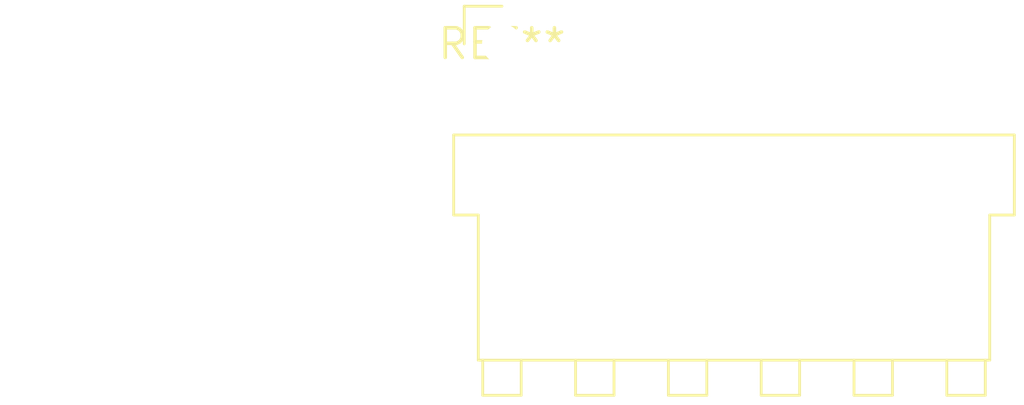
<source format=kicad_pcb>
(kicad_pcb (version 20240108) (generator pcbnew)
  (layers (0 "F.Cu" signal) (31 "B.Cu" signal) (34 "B.Paste" user) (35 "F.Paste" user) (36 "B.SilkS" user "B.Silkscreen") (37 "F.SilkS" user "F.Silkscreen") (38 "B.Mask" user) (39 "F.Mask" user) (44 "Edge.Cuts" user))
  (net 0 "")
  (footprint "JST_VH_B6PS-VH_1x06_P3.96mm_Horizontal" (layer "F.Cu") (at 0 0)
    (property "Reference" "REF**")
    (property "Value" "JST_VH_B6PS-VH_1x06_P3.96mm_Horizontal")
    (fp_line (start -2.06 3.89) (end 21.86 3.89) (layer "F.SilkS") (stroke (width 0.12)))
    (fp_line (start -2.06 7.31) (end -2.06 3.89) (layer "F.SilkS") (stroke (width 0.12)))
    (fp_line (start -1.61 -1.61) (end -1.61 0) (layer "F.SilkS") (stroke (width 0.12)))
    (fp_line (start -1.01 7.31) (end -2.06 7.31) (layer "F.SilkS") (stroke (width 0.12)))
    (fp_line (start -1.01 13.51) (end -1.01 7.31) (layer "F.SilkS") (stroke (width 0.12)))
    (fp_line (start -0.82 13.51) (end -0.82 15.01) (layer "F.SilkS") (stroke (width 0.12)))
    (fp_line (start -0.82 15.01) (end 0.82 15.01) (layer "F.SilkS") (stroke (width 0.12)))
    (fp_line (start 0 -1.61) (end -1.61 -1.61) (layer "F.SilkS") (stroke (width 0.12)))
    (fp_line (start 0.82 15.01) (end 0.82 13.51) (layer "F.SilkS") (stroke (width 0.12)))
    (fp_line (start 3.14 13.51) (end 3.14 15.01) (layer "F.SilkS") (stroke (width 0.12)))
    (fp_line (start 3.14 15.01) (end 4.78 15.01) (layer "F.SilkS") (stroke (width 0.12)))
    (fp_line (start 4.78 15.01) (end 4.78 13.51) (layer "F.SilkS") (stroke (width 0.12)))
    (fp_line (start 7.1 13.51) (end 7.1 15.01) (layer "F.SilkS") (stroke (width 0.12)))
    (fp_line (start 7.1 15.01) (end 8.74 15.01) (layer "F.SilkS") (stroke (width 0.12)))
    (fp_line (start 8.74 15.01) (end 8.74 13.51) (layer "F.SilkS") (stroke (width 0.12)))
    (fp_line (start 11.06 13.51) (end 11.06 15.01) (layer "F.SilkS") (stroke (width 0.12)))
    (fp_line (start 11.06 15.01) (end 12.7 15.01) (layer "F.SilkS") (stroke (width 0.12)))
    (fp_line (start 12.7 15.01) (end 12.7 13.51) (layer "F.SilkS") (stroke (width 0.12)))
    (fp_line (start 15.02 13.51) (end 15.02 15.01) (layer "F.SilkS") (stroke (width 0.12)))
    (fp_line (start 15.02 15.01) (end 16.66 15.01) (layer "F.SilkS") (stroke (width 0.12)))
    (fp_line (start 16.66 15.01) (end 16.66 13.51) (layer "F.SilkS") (stroke (width 0.12)))
    (fp_line (start 18.98 13.51) (end 18.98 15.01) (layer "F.SilkS") (stroke (width 0.12)))
    (fp_line (start 18.98 15.01) (end 20.62 15.01) (layer "F.SilkS") (stroke (width 0.12)))
    (fp_line (start 20.62 15.01) (end 20.62 13.51) (layer "F.SilkS") (stroke (width 0.12)))
    (fp_line (start 20.81 7.31) (end 20.81 13.51) (layer "F.SilkS") (stroke (width 0.12)))
    (fp_line (start 20.81 13.51) (end -1.01 13.51) (layer "F.SilkS") (stroke (width 0.12)))
    (fp_line (start 21.86 3.89) (end 21.86 7.31) (layer "F.SilkS") (stroke (width 0.12)))
    (fp_line (start 21.86 7.31) (end 20.81 7.31) (layer "F.SilkS") (stroke (width 0.12)))
    (pad "1" thru_hole roundrect (at 0 0) (size 2.7 2.7) (drill 1.7) (layers *.Cu *.Mask) (remove_unused_layers) (roundrect_rratio 0.092593))
    (pad "2" thru_hole circle (at 3.96 0) (size 2.7 2.7) (drill 1.7) (layers *.Cu *.Mask) (remove_unused_layers))
    (pad "3" thru_hole circle (at 7.92 0) (size 2.7 2.7) (drill 1.7) (layers *.Cu *.Mask) (remove_unused_layers))
    (pad "4" thru_hole circle (at 11.88 0) (size 2.7 2.7) (drill 1.7) (layers *.Cu *.Mask) (remove_unused_layers))
    (pad "5" thru_hole circle (at 15.84 0) (size 2.7 2.7) (drill 1.7) (layers *.Cu *.Mask) (remove_unused_layers))
    (pad "6" thru_hole circle (at 19.8 0) (size 2.7 2.7) (drill 1.7) (layers *.Cu *.Mask) (remove_unused_layers))
  )
)
</source>
